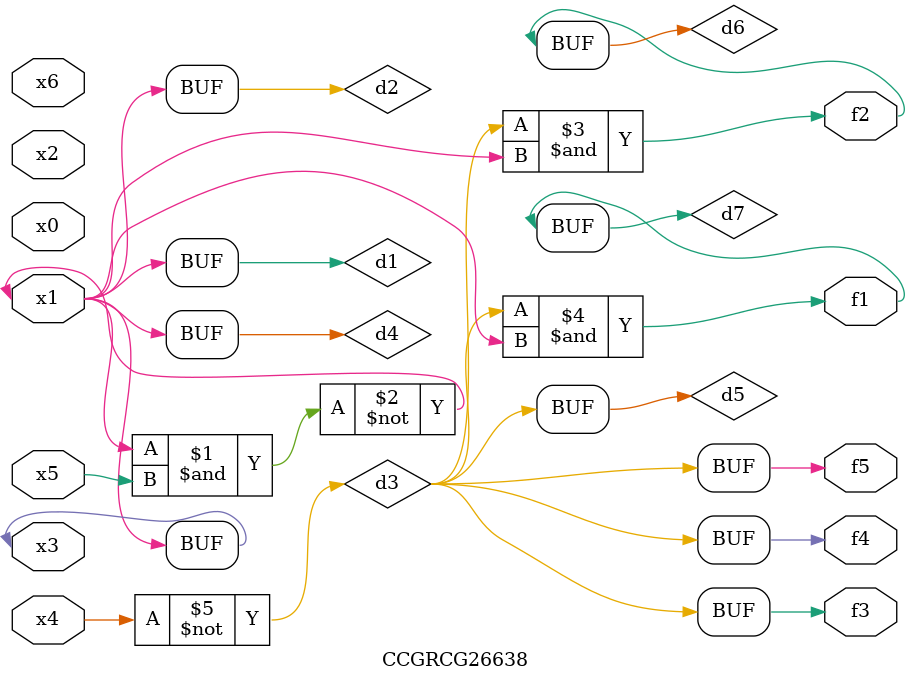
<source format=v>
module CCGRCG26638(
	input x0, x1, x2, x3, x4, x5, x6,
	output f1, f2, f3, f4, f5
);

	wire d1, d2, d3, d4, d5, d6, d7;

	buf (d1, x1, x3);
	nand (d2, x1, x5);
	not (d3, x4);
	buf (d4, d1, d2);
	buf (d5, d3);
	and (d6, d3, d4);
	and (d7, d3, d4);
	assign f1 = d7;
	assign f2 = d6;
	assign f3 = d5;
	assign f4 = d5;
	assign f5 = d5;
endmodule

</source>
